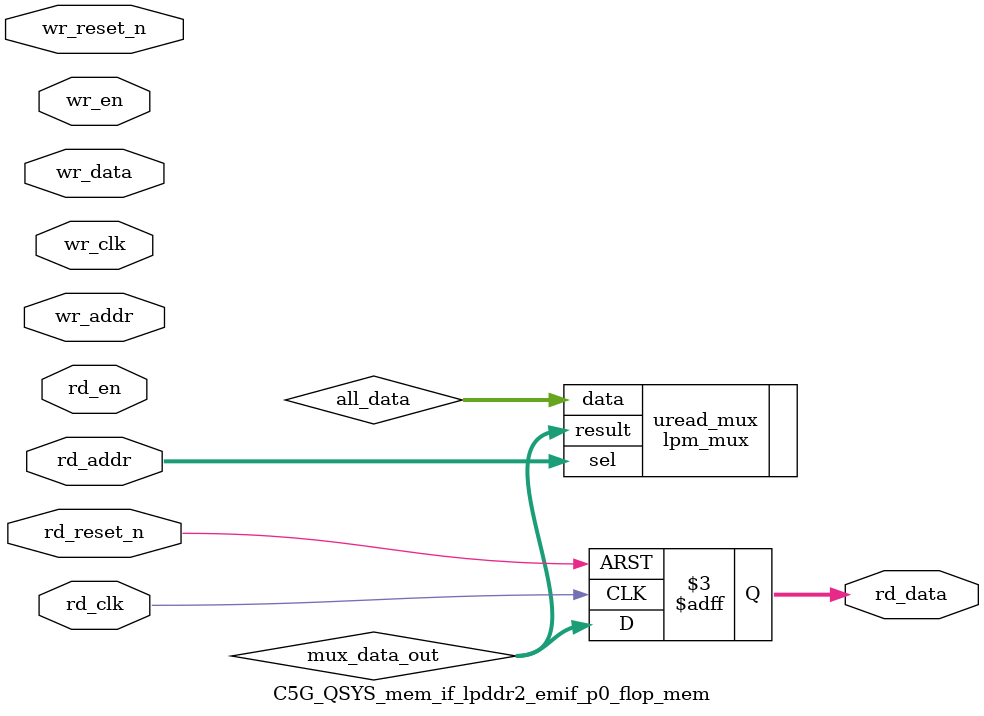
<source format=v>



`timescale 1 ps / 1 ps

(* altera_attribute = "-name ALLOW_SYNCH_CTRL_USAGE ON;-name AUTO_CLOCK_ENABLE_RECOGNITION ON" *)
module C5G_QSYS_mem_if_lpddr2_emif_p0_flop_mem(
	wr_reset_n,
	wr_clk,
	wr_en,
	wr_addr,
	wr_data,
	rd_reset_n,
	rd_clk,
	rd_en,
	rd_addr,
	rd_data
);

parameter WRITE_MEM_DEPTH	= "";
parameter WRITE_ADDR_WIDTH	= "";
parameter WRITE_DATA_WIDTH	= "";
parameter READ_MEM_DEPTH	= "";
parameter READ_ADDR_WIDTH	= "";		 
parameter READ_DATA_WIDTH	= "";


input	wr_reset_n;
input	wr_clk;
input	wr_en;
input	[WRITE_ADDR_WIDTH-1:0] wr_addr;
input	[WRITE_DATA_WIDTH-1:0] wr_data;
input	rd_reset_n;
input	rd_clk;
input	rd_en;
input	[READ_ADDR_WIDTH-1:0] rd_addr;
output	[READ_DATA_WIDTH-1:0] rd_data;



wire	[WRITE_DATA_WIDTH*WRITE_MEM_DEPTH-1:0] all_data;
wire	[READ_DATA_WIDTH-1:0] mux_data_out;



// declare a memory with WRITE_MEM_DEPTH entries
// each entry contains a data size of WRITE_DATA_WIDTH
reg	[WRITE_DATA_WIDTH-1:0] data_stored [0:WRITE_MEM_DEPTH-1] /* synthesis syn_preserve = 1 */;
reg	[READ_DATA_WIDTH-1:0] rd_data;

generate
genvar entry;
	for (entry=0; entry < WRITE_MEM_DEPTH; entry=entry+1)
	begin: mem_location
		assign all_data[(WRITE_DATA_WIDTH*(entry+1)-1) : (WRITE_DATA_WIDTH*entry)] = data_stored[entry]; 
		
		always @(posedge wr_clk or negedge wr_reset_n)
		begin
			if (~wr_reset_n) begin
				data_stored[entry] <= {WRITE_DATA_WIDTH{1'b0}};
			end else begin
				if (wr_en) begin
					if (entry == wr_addr) begin
						data_stored[entry] <= wr_data;
					end
				end
			end
		end		
	end
endgenerate

// mux to select the correct output data based on read address
lpm_mux	uread_mux(
	.sel (rd_addr),
	.data (all_data),
	.result (mux_data_out)
	// synopsys translate_off
	,
	.aclr (),
	.clken (),
	.clock ()
	// synopsys translate_on
	);
 defparam uread_mux.lpm_size = READ_MEM_DEPTH;
 defparam uread_mux.lpm_type = "LPM_MUX";
 defparam uread_mux.lpm_width = READ_DATA_WIDTH;
 defparam uread_mux.lpm_widths = READ_ADDR_WIDTH;

always @(posedge rd_clk or negedge rd_reset_n)	
begin
	if (~rd_reset_n) begin
		rd_data <= {READ_DATA_WIDTH{1'b0}};
	end else begin
		rd_data <= mux_data_out;
	end
end

endmodule

</source>
